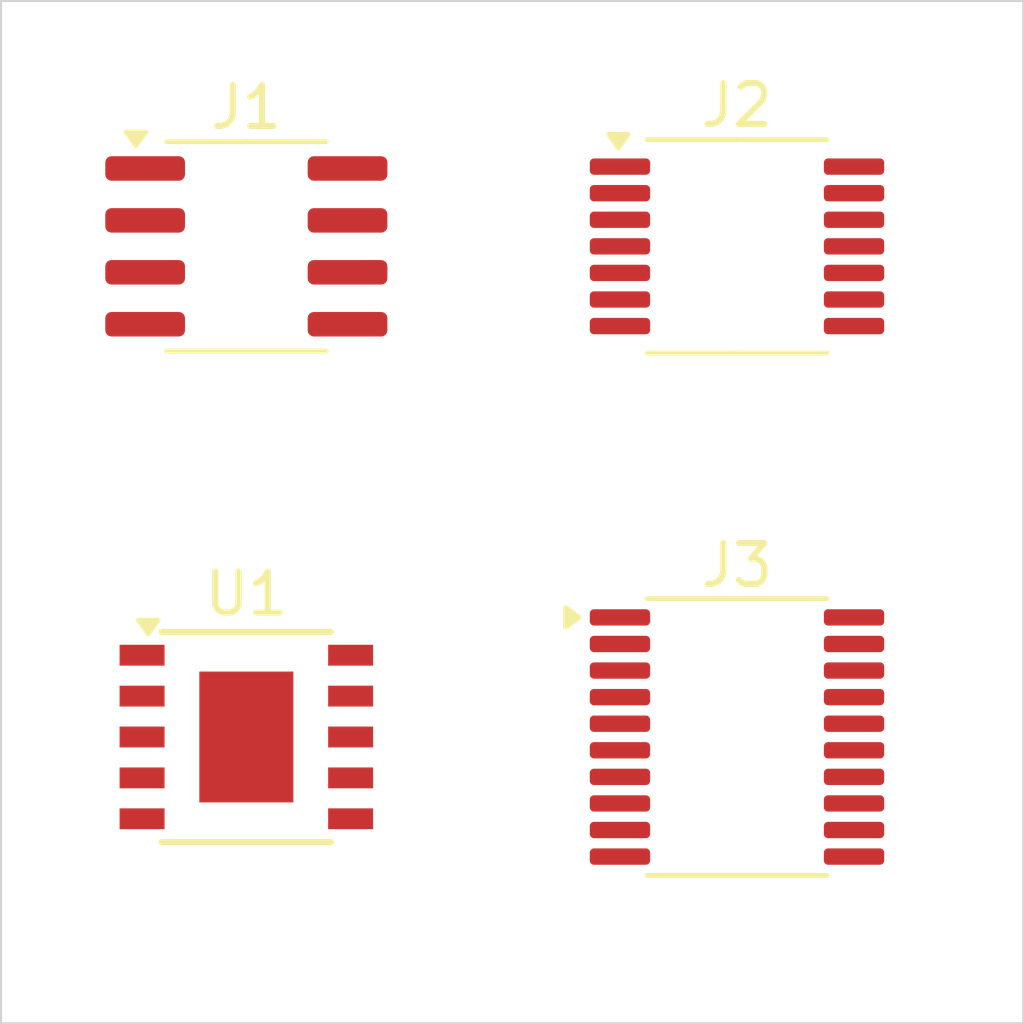
<source format=kicad_pcb>
(kicad_pcb (version 20240108) (generator "pcbnew") (generator_version "8.0")
  (layers (0 "F.Cu" signal) (31 "B.Cu" signal) (34 "B.Paste" user) (35 "F.Paste" user) (36 "B.SilkS" user "B.Silkscreen") (37 "F.SilkS" user "F.Silkscreen") (38 "B.Mask" user) (39 "F.Mask" user) (44 "Edge.Cuts" user))
  (net 0 "")
  (footprint "Package_SO:TSSOP-14_4.4x5mm_P0.65mm" (layer "F.Cu") (at 68 56)
    (property "Reference" "J2" (at 0 -3.45 0) (layer "F.SilkS"))
    (property "Value" "tssop-14")
    (fp_line (start 0 -2.61) (end -2.2 -2.61) (stroke (width 0.12)) (layer "F.SilkS"))
    (fp_line (start 0 -2.61) (end 2.2 -2.61) (stroke (width 0.12)) (layer "F.SilkS"))
    (fp_line (start 0 2.61) (end -2.2 2.61) (stroke (width 0.12)) (layer "F.SilkS"))
    (fp_line (start 0 2.61) (end 2.2 2.61) (stroke (width 0.12)) (layer "F.SilkS"))
    (fp_poly (pts (xy -2.9 -2.41) (xy -3.14 -2.74) (xy -2.66 -2.74) (xy -2.9 -2.41)) (stroke (width 0.12)) (fill solid) (layer "F.SilkS"))
    (pad "1" smd roundrect (at -2.8625 -1.95) (size 1.475 0.4) (layers "F.Cu" "F.Paste" "F.Mask"))
    (pad "2" smd roundrect (at -2.8625 -1.3) (size 1.475 0.4) (layers "F.Cu" "F.Paste" "F.Mask"))
    (pad "3" smd roundrect (at -2.8625 -0.65) (size 1.475 0.4) (layers "F.Cu" "F.Paste" "F.Mask"))
    (pad "4" smd roundrect (at -2.8625 0) (size 1.475 0.4) (layers "F.Cu" "F.Paste" "F.Mask"))
    (pad "5" smd roundrect (at -2.8625 0.65) (size 1.475 0.4) (layers "F.Cu" "F.Paste" "F.Mask"))
    (pad "6" smd roundrect (at -2.8625 1.3) (size 1.475 0.4) (layers "F.Cu" "F.Paste" "F.Mask"))
    (pad "7" smd roundrect (at -2.8625 1.95) (size 1.475 0.4) (layers "F.Cu" "F.Paste" "F.Mask"))
    (pad "8" smd roundrect (at 2.8625 1.95) (size 1.475 0.4) (layers "F.Cu" "F.Paste" "F.Mask"))
    (pad "9" smd roundrect (at 2.8625 1.3) (size 1.475 0.4) (layers "F.Cu" "F.Paste" "F.Mask"))
    (pad "10" smd roundrect (at 2.8625 0.65) (size 1.475 0.4) (layers "F.Cu" "F.Paste" "F.Mask"))
    (pad "11" smd roundrect (at 2.8625 0) (size 1.475 0.4) (layers "F.Cu" "F.Paste" "F.Mask"))
    (pad "12" smd roundrect (at 2.8625 -0.65) (size 1.475 0.4) (layers "F.Cu" "F.Paste" "F.Mask"))
    (pad "13" smd roundrect (at 2.8625 -1.3) (size 1.475 0.4) (layers "F.Cu" "F.Paste" "F.Mask"))
    (pad "14" smd roundrect (at 2.8625 -1.95) (size 1.475 0.4) (layers "F.Cu" "F.Paste" "F.Mask"))
  )
  (footprint "misc:ESSOP-10_EP_3.9x4.9mm_P1.00mm" (layer "F.Cu") (at 56 68)
    (property "Reference" "U1" (at 0 -3.5 0) (layer "F.SilkS"))
    (property "Value" "CH224K")
    (fp_line (start -2.07 -2.57) (end 2.07 -2.57) (stroke (width 0.15)) (layer "F.SilkS"))
    (fp_line (start -2.07 2.57) (end 2.07 2.57) (stroke (width 0.15)) (layer "F.SilkS"))
    (fp_poly (pts (xy -2.4 -2.526919) (xy -2.64 -2.856919) (xy -2.16 -2.856919) (xy -2.4 -2.526919)) (stroke (width 0.12)) (fill solid) (layer "F.SilkS"))
    (pad "0" smd rect (at 0 0 90) (size 3.2 2.3) (layers "F.Cu" "F.Paste" "F.Mask"))
    (pad "1" smd rect (at -2.55 -2) (size 1.1 0.51) (layers "F.Cu" "F.Paste" "F.Mask"))
    (pad "2" smd rect (at -2.55 -1) (size 1.1 0.51) (layers "F.Cu" "F.Paste" "F.Mask"))
    (pad "3" smd rect (at -2.55 0) (size 1.1 0.51) (layers "F.Cu" "F.Paste" "F.Mask"))
    (pad "4" smd rect (at -2.55 1) (size 1.1 0.51) (layers "F.Cu" "F.Paste" "F.Mask"))
    (pad "5" smd rect (at -2.55 2) (size 1.1 0.51) (layers "F.Cu" "F.Paste" "F.Mask"))
    (pad "6" smd rect (at 2.55 2) (size 1.1 0.51) (layers "F.Cu" "F.Paste" "F.Mask"))
    (pad "7" smd rect (at 2.55 1) (size 1.1 0.51) (layers "F.Cu" "F.Paste" "F.Mask"))
    (pad "8" smd rect (at 2.55 0) (size 1.1 0.51) (layers "F.Cu" "F.Paste" "F.Mask"))
    (pad "9" smd rect (at 2.55 -1) (size 1.1 0.51) (layers "F.Cu" "F.Paste" "F.Mask"))
    (pad "10" smd rect (at 2.55 -2) (size 1.1 0.51) (layers "F.Cu" "F.Paste" "F.Mask"))
  )
  (footprint "Package_SO:TSSOP-20_4.4x6.5mm_P0.65mm" (layer "F.Cu") (at 68 68)
    (property "Reference" "J3" (at 0 -4.2 0) (layer "F.SilkS"))
    (property "Value" "tssop-20")
    (fp_line (start 0 -3.385) (end -2.2 -3.385) (stroke (width 0.12)) (layer "F.SilkS"))
    (fp_line (start 0 -3.385) (end 2.2 -3.385) (stroke (width 0.12)) (layer "F.SilkS"))
    (fp_line (start 0 3.385) (end -2.2 3.385) (stroke (width 0.12)) (layer "F.SilkS"))
    (fp_line (start 0 3.385) (end 2.2 3.385) (stroke (width 0.12)) (layer "F.SilkS"))
    (fp_poly (pts (xy -3.86 -2.925) (xy -4.19 -3.165) (xy -4.19 -2.685) (xy -3.86 -2.925)) (stroke (width 0.12)) (fill solid) (layer "F.SilkS"))
    (pad "1" smd roundrect (at -2.8625 -2.925) (size 1.475 0.4) (layers "F.Cu" "F.Paste" "F.Mask"))
    (pad "2" smd roundrect (at -2.8625 -2.275) (size 1.475 0.4) (layers "F.Cu" "F.Paste" "F.Mask"))
    (pad "3" smd roundrect (at -2.8625 -1.625) (size 1.475 0.4) (layers "F.Cu" "F.Paste" "F.Mask"))
    (pad "4" smd roundrect (at -2.8625 -0.975) (size 1.475 0.4) (layers "F.Cu" "F.Paste" "F.Mask"))
    (pad "5" smd roundrect (at -2.8625 -0.325) (size 1.475 0.4) (layers "F.Cu" "F.Paste" "F.Mask"))
    (pad "6" smd roundrect (at -2.8625 0.325) (size 1.475 0.4) (layers "F.Cu" "F.Paste" "F.Mask"))
    (pad "7" smd roundrect (at -2.8625 0.975) (size 1.475 0.4) (layers "F.Cu" "F.Paste" "F.Mask"))
    (pad "8" smd roundrect (at -2.8625 1.625) (size 1.475 0.4) (layers "F.Cu" "F.Paste" "F.Mask"))
    (pad "9" smd roundrect (at -2.8625 2.275) (size 1.475 0.4) (layers "F.Cu" "F.Paste" "F.Mask"))
    (pad "10" smd roundrect (at -2.8625 2.925) (size 1.475 0.4) (layers "F.Cu" "F.Paste" "F.Mask"))
    (pad "11" smd roundrect (at 2.8625 2.925) (size 1.475 0.4) (layers "F.Cu" "F.Paste" "F.Mask"))
    (pad "12" smd roundrect (at 2.8625 2.275) (size 1.475 0.4) (layers "F.Cu" "F.Paste" "F.Mask"))
    (pad "13" smd roundrect (at 2.8625 1.625) (size 1.475 0.4) (layers "F.Cu" "F.Paste" "F.Mask"))
    (pad "14" smd roundrect (at 2.8625 0.975) (size 1.475 0.4) (layers "F.Cu" "F.Paste" "F.Mask"))
    (pad "15" smd roundrect (at 2.8625 0.325) (size 1.475 0.4) (layers "F.Cu" "F.Paste" "F.Mask"))
    (pad "16" smd roundrect (at 2.8625 -0.325) (size 1.475 0.4) (layers "F.Cu" "F.Paste" "F.Mask"))
    (pad "17" smd roundrect (at 2.8625 -0.975) (size 1.475 0.4) (layers "F.Cu" "F.Paste" "F.Mask"))
    (pad "18" smd roundrect (at 2.8625 -1.625) (size 1.475 0.4) (layers "F.Cu" "F.Paste" "F.Mask"))
    (pad "19" smd roundrect (at 2.8625 -2.275) (size 1.475 0.4) (layers "F.Cu" "F.Paste" "F.Mask"))
    (pad "20" smd roundrect (at 2.8625 -2.925) (size 1.475 0.4) (layers "F.Cu" "F.Paste" "F.Mask"))
  )
  (footprint "Package_SO:SOIC-8_3.9x4.9mm_P1.27mm" (layer "F.Cu") (at 56 56)
    (property "Reference" "J1" (at 0 -3.4 0) (layer "F.SilkS"))
    (property "Value" "soic-8")
    (fp_line (start 0 -2.56) (end -1.95 -2.56) (stroke (width 0.12)) (layer "F.SilkS"))
    (fp_line (start 0 -2.56) (end 1.95 -2.56) (stroke (width 0.12)) (layer "F.SilkS"))
    (fp_line (start 0 2.56) (end -1.95 2.56) (stroke (width 0.12)) (layer "F.SilkS"))
    (fp_line (start 0 2.56) (end 1.95 2.56) (stroke (width 0.12)) (layer "F.SilkS"))
    (fp_poly (pts (xy -2.7 -2.465) (xy -2.94 -2.795) (xy -2.46 -2.795) (xy -2.7 -2.465)) (stroke (width 0.12)) (fill solid) (layer "F.SilkS"))
    (pad "1" smd roundrect (at -2.475 -1.905) (size 1.95 0.6) (layers "F.Cu" "F.Paste" "F.Mask"))
    (pad "2" smd roundrect (at -2.475 -0.635) (size 1.95 0.6) (layers "F.Cu" "F.Paste" "F.Mask"))
    (pad "3" smd roundrect (at -2.475 0.635) (size 1.95 0.6) (layers "F.Cu" "F.Paste" "F.Mask"))
    (pad "4" smd roundrect (at -2.475 1.905) (size 1.95 0.6) (layers "F.Cu" "F.Paste" "F.Mask"))
    (pad "5" smd roundrect (at 2.475 1.905) (size 1.95 0.6) (layers "F.Cu" "F.Paste" "F.Mask"))
    (pad "6" smd roundrect (at 2.475 0.635) (size 1.95 0.6) (layers "F.Cu" "F.Paste" "F.Mask"))
    (pad "7" smd roundrect (at 2.475 -0.635) (size 1.95 0.6) (layers "F.Cu" "F.Paste" "F.Mask"))
    (pad "8" smd roundrect (at 2.475 -1.905) (size 1.95 0.6) (layers "F.Cu" "F.Paste" "F.Mask"))
  )
  (gr_rect (start 50 50) (end 75 75) (stroke (width 0.05)) (fill none) (layer "Edge.Cuts"))
)
</source>
